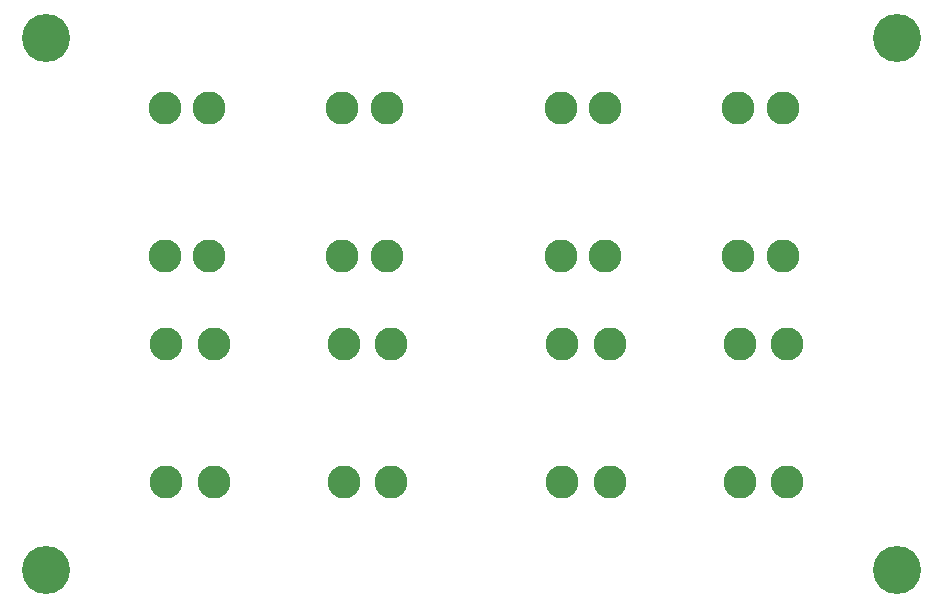
<source format=gbr>
G04 #@! TF.FileFunction,Copper,L1,Top,Signal*
%FSLAX46Y46*%
G04 Gerber Fmt 4.6, Leading zero omitted, Abs format (unit mm)*
G04 Created by KiCad (PCBNEW 4.0.7) date 03/15/18 11:45:02*
%MOMM*%
%LPD*%
G01*
G04 APERTURE LIST*
%ADD10C,0.100000*%
%ADD11C,4.064000*%
%ADD12C,2.800000*%
G04 APERTURE END LIST*
D10*
D11*
X185500000Y-144500000D03*
X113500000Y-144500000D03*
X113500000Y-99500000D03*
D12*
X123649200Y-137120800D03*
X127649200Y-137120800D03*
X123649200Y-125440800D03*
X127649200Y-125440800D03*
X138649200Y-125440800D03*
X142649200Y-125440800D03*
X138649200Y-137120800D03*
X142649200Y-137120800D03*
X123494800Y-117957600D03*
X127294800Y-117957600D03*
X123494800Y-105457600D03*
X127294800Y-105457600D03*
X138494800Y-117957600D03*
X142294800Y-117957600D03*
X138494800Y-105457600D03*
X142294800Y-105457600D03*
X157177200Y-137120800D03*
X161177200Y-137120800D03*
X157177200Y-125440800D03*
X161177200Y-125440800D03*
X172177200Y-125440800D03*
X176177200Y-125440800D03*
X172177200Y-137120800D03*
X176177200Y-137120800D03*
X157022800Y-117957600D03*
X160822800Y-117957600D03*
X157022800Y-105457600D03*
X160822800Y-105457600D03*
X172022800Y-117957600D03*
X175822800Y-117957600D03*
X172022800Y-105457600D03*
X175822800Y-105457600D03*
D11*
X185500000Y-99500000D03*
M02*

</source>
